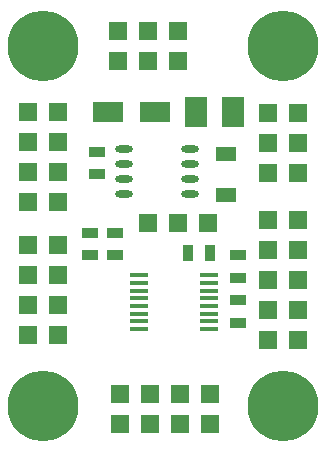
<source format=gbr>
G04 #@! TF.FileFunction,Soldermask,Bot*
%FSLAX46Y46*%
G04 Gerber Fmt 4.6, Leading zero omitted, Abs format (unit mm)*
G04 Created by KiCad (PCBNEW 0.201503251001+5534~22~ubuntu14.04.1-product) date St 25. březen 2015, 23:52:07 CET*
%MOMM*%
G01*
G04 APERTURE LIST*
%ADD10C,0.300000*%
%ADD11R,1.524000X1.524000*%
%ADD12C,6.000000*%
%ADD13O,1.473200X0.609600*%
%ADD14R,1.397000X0.889000*%
%ADD15R,1.699260X1.300480*%
%ADD16R,2.499360X1.800860*%
%ADD17R,0.889000X1.397000*%
%ADD18R,1.950720X2.499360*%
%ADD19R,1.500000X0.450000*%
G04 APERTURE END LIST*
D10*
D11*
X11430000Y34290000D03*
X11430000Y36830000D03*
X13970000Y34290000D03*
X13970000Y36830000D03*
X16510000Y34290000D03*
X16510000Y36830000D03*
X3810000Y13589000D03*
X6350000Y13589000D03*
X3810000Y11049000D03*
X6350000Y11049000D03*
X6350000Y18669000D03*
X3810000Y18669000D03*
X3810000Y16129000D03*
X6350000Y16129000D03*
X24130000Y29845000D03*
X26670000Y29845000D03*
X24130000Y27305000D03*
X26670000Y27305000D03*
X24130000Y24765000D03*
X26670000Y24765000D03*
X11557000Y3556000D03*
X11557000Y6096000D03*
X14097000Y3556000D03*
X14097000Y6096000D03*
X16637000Y6096000D03*
X16637000Y3556000D03*
X19177000Y6096000D03*
X19177000Y3556000D03*
X6350000Y27432000D03*
X3810000Y27432000D03*
X3810000Y24892000D03*
X6350000Y24892000D03*
X6350000Y22352000D03*
X3810000Y22352000D03*
X3810000Y29972000D03*
X6350000Y29972000D03*
X13970000Y20574000D03*
X16510000Y20574000D03*
X19050000Y20574000D03*
X24130000Y20828000D03*
X26670000Y20828000D03*
X24130000Y18288000D03*
X26670000Y18288000D03*
X24130000Y15748000D03*
X26670000Y15748000D03*
X24130000Y13208000D03*
X26670000Y13208000D03*
X24130000Y10668000D03*
X26670000Y10668000D03*
D12*
X5080000Y35560000D03*
X5080000Y5080000D03*
X25400000Y35560000D03*
X25400000Y5080000D03*
D13*
X17526000Y26797000D03*
X17526000Y25527000D03*
X17526000Y24257000D03*
X17526000Y22987000D03*
X11938000Y22987000D03*
X11938000Y24257000D03*
X11938000Y25527000D03*
X11938000Y26797000D03*
D14*
X21590000Y15938500D03*
X21590000Y17843500D03*
X21590000Y14033500D03*
X21590000Y12128500D03*
X9017000Y19748500D03*
X9017000Y17843500D03*
X11176000Y19748500D03*
X11176000Y17843500D03*
D15*
X20574000Y22887940D03*
X20574000Y26388060D03*
D16*
X10574020Y29972000D03*
X14571980Y29972000D03*
D17*
X17335500Y18034000D03*
X19240500Y18034000D03*
D18*
X21107400Y29972000D03*
X18008600Y29972000D03*
D14*
X9652000Y26606500D03*
X9652000Y24701500D03*
D19*
X19079000Y16118000D03*
X19079000Y15468000D03*
X19079000Y14818000D03*
X19079000Y14168000D03*
X19079000Y13518000D03*
X19079000Y12868000D03*
X19079000Y12218000D03*
X19079000Y11568000D03*
X13179000Y11568000D03*
X13179000Y12218000D03*
X13179000Y12868000D03*
X13179000Y13518000D03*
X13179000Y14168000D03*
X13179000Y14818000D03*
X13179000Y15468000D03*
X13179000Y16118000D03*
M02*

</source>
